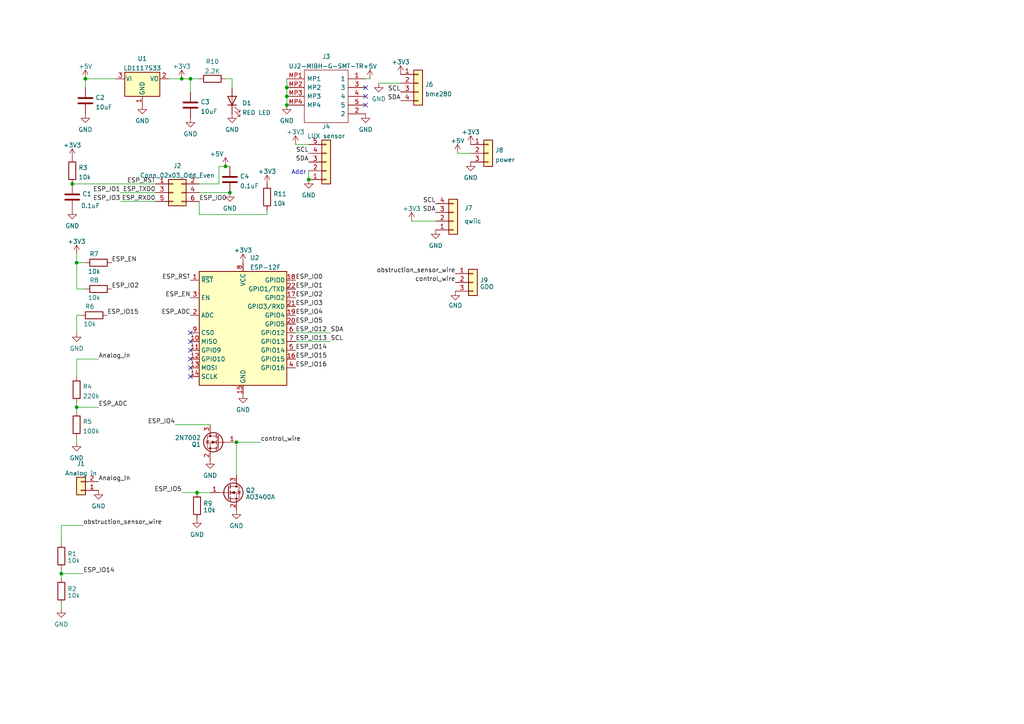
<source format=kicad_sch>
(kicad_sch (version 20230121) (generator eeschema)
  (paper "A4")
  (lib_symbols
    (symbol "Connector_Generic:Conn_01x02" (pin_names (offset 1.016) hide)
      (property "Reference" "J" (at 0 2.54 0))
      (property "Value" "Conn_01x02" (at 0 -5.08 0))
      (symbol "Conn_01x02_1_1"
        (rectangle (start -1.27 -2.413) (end 0 -2.667) (stroke (width 0.1524)))
        (rectangle (start -1.27 0.127) (end 0 -0.127) (stroke (width 0.1524)))
        (rectangle (start -1.27 1.27) (end 1.27 -3.81) (stroke (width 0.254)) (fill (type background)))
        (pin passive line (at -5.08 0 0) (length 3.81) (name "Pin_1") (number "1"))
        (pin passive line (at -5.08 -2.54 0) (length 3.81) (name "Pin_2") (number "2"))
      )
    )
    (symbol "Connector_Generic:Conn_01x03" (pin_names (offset 1.016) hide)
      (property "Reference" "J" (at 0 5.08 0))
      (property "Value" "Conn_01x03" (at 0 -5.08 0))
      (symbol "Conn_01x03_1_1"
        (rectangle (start -1.27 -2.413) (end 0 -2.667) (stroke (width 0.1524)))
        (rectangle (start -1.27 0.127) (end 0 -0.127) (stroke (width 0.1524)))
        (rectangle (start -1.27 2.667) (end 0 2.413) (stroke (width 0.1524)))
        (rectangle (start -1.27 3.81) (end 1.27 -3.81) (stroke (width 0.254)) (fill (type background)))
        (pin passive line (at -5.08 2.54 0) (length 3.81) (name "Pin_1") (number "1"))
        (pin passive line (at -5.08 0 0) (length 3.81) (name "Pin_2") (number "2"))
        (pin passive line (at -5.08 -2.54 0) (length 3.81) (name "Pin_3") (number "3"))
      )
    )
    (symbol "Connector_Generic:Conn_01x04" (pin_names (offset 1.016) hide)
      (property "Reference" "J" (at 0 5.08 0))
      (property "Value" "Conn_01x04" (at 0 -7.62 0))
      (symbol "Conn_01x04_1_1"
        (rectangle (start -1.27 -4.953) (end 0 -5.207) (stroke (width 0.1524)))
        (rectangle (start -1.27 -2.413) (end 0 -2.667) (stroke (width 0.1524)))
        (rectangle (start -1.27 0.127) (end 0 -0.127) (stroke (width 0.1524)))
        (rectangle (start -1.27 2.667) (end 0 2.413) (stroke (width 0.1524)))
        (rectangle (start -1.27 3.81) (end 1.27 -6.35) (stroke (width 0.254)) (fill (type background)))
        (pin passive line (at -5.08 2.54 0) (length 3.81) (name "Pin_1") (number "1"))
        (pin passive line (at -5.08 0 0) (length 3.81) (name "Pin_2") (number "2"))
        (pin passive line (at -5.08 -2.54 0) (length 3.81) (name "Pin_3") (number "3"))
        (pin passive line (at -5.08 -5.08 0) (length 3.81) (name "Pin_4") (number "4"))
      )
    )
    (symbol "Connector_Generic:Conn_01x05" (pin_names (offset 1.016) hide)
      (property "Reference" "J" (at 0 7.62 0))
      (property "Value" "Conn_01x05" (at 0 -7.62 0))
      (symbol "Conn_01x05_1_1"
        (rectangle (start -1.27 -4.953) (end 0 -5.207) (stroke (width 0.1524)))
        (rectangle (start -1.27 -2.413) (end 0 -2.667) (stroke (width 0.1524)))
        (rectangle (start -1.27 0.127) (end 0 -0.127) (stroke (width 0.1524)))
        (rectangle (start -1.27 2.667) (end 0 2.413) (stroke (width 0.1524)))
        (rectangle (start -1.27 5.207) (end 0 4.953) (stroke (width 0.1524)))
        (rectangle (start -1.27 6.35) (end 1.27 -6.35) (stroke (width 0.254)) (fill (type background)))
        (pin passive line (at -5.08 5.08 0) (length 3.81) (name "Pin_1") (number "1"))
        (pin passive line (at -5.08 2.54 0) (length 3.81) (name "Pin_2") (number "2"))
        (pin passive line (at -5.08 0 0) (length 3.81) (name "Pin_3") (number "3"))
        (pin passive line (at -5.08 -2.54 0) (length 3.81) (name "Pin_4") (number "4"))
        (pin passive line (at -5.08 -5.08 0) (length 3.81) (name "Pin_5") (number "5"))
      )
    )
    (symbol "Connector_Generic:Conn_02x03_Odd_Even" (pin_names (offset 1.016) hide)
      (property "Reference" "J" (at 1.27 5.08 0))
      (property "Value" "Conn_02x03_Odd_Even" (at 1.27 -5.08 0))
      (symbol "Conn_02x03_Odd_Even_1_1"
        (rectangle (start -1.27 -2.413) (end 0 -2.667) (stroke (width 0.1524)))
        (rectangle (start -1.27 0.127) (end 0 -0.127) (stroke (width 0.1524)))
        (rectangle (start -1.27 2.667) (end 0 2.413) (stroke (width 0.1524)))
        (rectangle (start -1.27 3.81) (end 3.81 -3.81) (stroke (width 0.254)) (fill (type background)))
        (rectangle (start 3.81 -2.413) (end 2.54 -2.667) (stroke (width 0.1524)))
        (rectangle (start 3.81 0.127) (end 2.54 -0.127) (stroke (width 0.1524)))
        (rectangle (start 3.81 2.667) (end 2.54 2.413) (stroke (width 0.1524)))
        (pin passive line (at -5.08 2.54 0) (length 3.81) (name "Pin_1") (number "1"))
        (pin passive line (at 7.62 2.54 180) (length 3.81) (name "Pin_2") (number "2"))
        (pin passive line (at -5.08 0 0) (length 3.81) (name "Pin_3") (number "3"))
        (pin passive line (at 7.62 0 180) (length 3.81) (name "Pin_4") (number "4"))
        (pin passive line (at -5.08 -2.54 0) (length 3.81) (name "Pin_5") (number "5"))
        (pin passive line (at 7.62 -2.54 180) (length 3.81) (name "Pin_6") (number "6"))
      )
    )
    (symbol "Device:C" (pin_numbers hide) (pin_names (offset 0.254))
      (property "Reference" "C" (at 0.635 2.54 0))
      (property "Value" "C" (at 0.635 -2.54 0))
      (symbol "C_0_1"
        (polyline (pts (xy -2.032 -0.762) (xy 2.032 -0.762)) (stroke (width 0.508)))
        (polyline (pts (xy -2.032 0.762) (xy 2.032 0.762)) (stroke (width 0.508)))
      )
      (symbol "C_1_1"
        (pin passive line (at 0 3.81 270) (length 2.794) (name "~") (number "1"))
        (pin passive line (at 0 -3.81 90) (length 2.794) (name "~") (number "2"))
      )
    )
    (symbol "Device:LED" (pin_numbers hide) (pin_names (offset 1.016) hide)
      (property "Reference" "D" (at 0 2.54 0))
      (property "Value" "LED" (at 0 -2.54 0))
      (symbol "LED_0_1"
        (polyline (pts (xy -1.27 -1.27) (xy -1.27 1.27)) (stroke (width 0.254)))
        (polyline (pts (xy -1.27 0) (xy 1.27 0)))
        (polyline (pts (xy 1.27 -1.27) (xy 1.27 1.27) (xy -1.27 0) (xy 1.27 -1.27)) (stroke (width 0.254)))
        (polyline (pts (xy -3.048 -0.762) (xy -4.572 -2.286) (xy -3.81 -2.286) (xy -4.572 -2.286) (xy -4.572 -1.524)))
        (polyline (pts (xy -1.778 -0.762) (xy -3.302 -2.286) (xy -2.54 -2.286) (xy -3.302 -2.286) (xy -3.302 -1.524)))
      )
      (symbol "LED_1_1"
        (pin passive line (at -3.81 0 0) (length 2.54) (name "K") (number "1"))
        (pin passive line (at 3.81 0 180) (length 2.54) (name "A") (number "2"))
      )
    )
    (symbol "Device:R" (pin_numbers hide) (pin_names (offset 0))
      (property "Reference" "R" (at 2.032 0 90))
      (property "Value" "R" (at 0 0 90))
      (symbol "R_0_1"
        (rectangle (start -1.016 -2.54) (end 1.016 2.54) (stroke (width 0.254)))
      )
      (symbol "R_1_1"
        (pin passive line (at 0 3.81 270) (length 1.27) (name "~") (number "1"))
        (pin passive line (at 0 -3.81 90) (length 1.27) (name "~") (number "2"))
      )
    )
    (symbol "RF_Module:ESP-12F"
      (property "Reference" "U" (at -12.7 19.05 0))
      (property "Value" "ESP-12F" (at 12.7 19.05 0))
      (symbol "ESP-12F_0_1"
        (rectangle (start -12.7 17.78) (end 12.7 -15.24) (stroke (width 0.254)) (fill (type background)))
      )
      (symbol "ESP-12F_1_1"
        (pin input line (at -15.24 15.24 0) (length 2.54) (name "~{RST}") (number "1"))
        (pin bidirectional line (at -15.24 -2.54 0) (length 2.54) (name "MISO") (number "10"))
        (pin bidirectional line (at -15.24 -5.08 0) (length 2.54) (name "GPIO9") (number "11"))
        (pin bidirectional line (at -15.24 -7.62 0) (length 2.54) (name "GPIO10") (number "12"))
        (pin bidirectional line (at -15.24 -10.16 0) (length 2.54) (name "MOSI") (number "13"))
        (pin bidirectional line (at -15.24 -12.7 0) (length 2.54) (name "SCLK") (number "14"))
        (pin power_in line (at 0 -17.78 90) (length 2.54) (name "GND") (number "15"))
        (pin bidirectional line (at 15.24 -7.62 180) (length 2.54) (name "GPIO15") (number "16"))
        (pin bidirectional line (at 15.24 10.16 180) (length 2.54) (name "GPIO2") (number "17"))
        (pin bidirectional line (at 15.24 15.24 180) (length 2.54) (name "GPIO0") (number "18"))
        (pin bidirectional line (at 15.24 5.08 180) (length 2.54) (name "GPIO4") (number "19"))
        (pin input line (at -15.24 5.08 0) (length 2.54) (name "ADC") (number "2"))
        (pin bidirectional line (at 15.24 2.54 180) (length 2.54) (name "GPIO5") (number "20"))
        (pin bidirectional line (at 15.24 7.62 180) (length 2.54) (name "GPIO3/RXD") (number "21"))
        (pin bidirectional line (at 15.24 12.7 180) (length 2.54) (name "GPIO1/TXD") (number "22"))
        (pin input line (at -15.24 10.16 0) (length 2.54) (name "EN") (number "3"))
        (pin bidirectional line (at 15.24 -10.16 180) (length 2.54) (name "GPIO16") (number "4"))
        (pin bidirectional line (at 15.24 -5.08 180) (length 2.54) (name "GPIO14") (number "5"))
        (pin bidirectional line (at 15.24 0 180) (length 2.54) (name "GPIO12") (number "6"))
        (pin bidirectional line (at 15.24 -2.54 180) (length 2.54) (name "GPIO13") (number "7"))
        (pin power_in line (at 0 20.32 270) (length 2.54) (name "VCC") (number "8"))
        (pin input line (at -15.24 0 0) (length 2.54) (name "CS0") (number "9"))
      )
    )
    (symbol "Regulator_Linear:LD1117S33TR_SOT223" (pin_names (offset 0.254))
      (property "Reference" "U" (at -3.81 3.175 0))
      (property "Value" "LD1117S33TR_SOT223" (at 0 3.175 0))
      (symbol "LD1117S33TR_SOT223_0_1"
        (rectangle (start -5.08 -5.08) (end 5.08 1.905) (stroke (width 0.254)) (fill (type background)))
      )
      (symbol "LD1117S33TR_SOT223_1_1"
        (pin power_in line (at 0 -7.62 90) (length 2.54) (name "GND") (number "1"))
        (pin power_out line (at 7.62 0 180) (length 2.54) (name "VO") (number "2"))
        (pin power_in line (at -7.62 0 0) (length 2.54) (name "VI") (number "3"))
      )
    )
    (symbol "Transistor_FET:2N7002" (pin_names hide)
      (property "Reference" "Q" (at 5.08 1.905 0))
      (property "Value" "2N7002" (at 5.08 0 0))
      (symbol "2N7002_0_1"
        (polyline (pts (xy 0.254 0) (xy -2.54 0)))
        (polyline (pts (xy 0.254 1.905) (xy 0.254 -1.905)) (stroke (width 0.254)))
        (polyline (pts (xy 0.762 -1.27) (xy 0.762 -2.286)) (stroke (width 0.254)))
        (polyline (pts (xy 0.762 0.508) (xy 0.762 -0.508)) (stroke (width 0.254)))
        (polyline (pts (xy 0.762 2.286) (xy 0.762 1.27)) (stroke (width 0.254)))
        (polyline (pts (xy 2.54 2.54) (xy 2.54 1.778)))
        (polyline (pts (xy 2.54 -2.54) (xy 2.54 0) (xy 0.762 0)))
        (polyline (pts (xy 0.762 -1.778) (xy 3.302 -1.778) (xy 3.302 1.778) (xy 0.762 1.778)))
        (polyline (pts (xy 1.016 0) (xy 2.032 0.381) (xy 2.032 -0.381) (xy 1.016 0)) (fill (type outline)))
        (polyline (pts (xy 2.794 0.508) (xy 2.921 0.381) (xy 3.683 0.381) (xy 3.81 0.254)))
        (polyline (pts (xy 3.302 0.381) (xy 2.921 -0.254) (xy 3.683 -0.254) (xy 3.302 0.381)))
        (circle (center 1.651 0) (radius 2.794) (stroke (width 0.254)))
        (circle (center 2.54 -1.778) (radius 0.254) (fill (type outline)))
        (circle (center 2.54 1.778) (radius 0.254) (fill (type outline)))
      )
      (symbol "2N7002_1_1"
        (pin input line (at -5.08 0 0) (length 2.54) (name "G") (number "1"))
        (pin passive line (at 2.54 -5.08 90) (length 2.54) (name "S") (number "2"))
        (pin passive line (at 2.54 5.08 270) (length 2.54) (name "D") (number "3"))
      )
    )
    (symbol "Transistor_FET:AO3400A" (pin_names hide)
      (property "Reference" "Q" (at 5.08 1.905 0))
      (property "Value" "AO3400A" (at 5.08 0 0))
      (symbol "AO3400A_0_1"
        (polyline (pts (xy 0.254 0) (xy -2.54 0)))
        (polyline (pts (xy 0.254 1.905) (xy 0.254 -1.905)) (stroke (width 0.254)))
        (polyline (pts (xy 0.762 -1.27) (xy 0.762 -2.286)) (stroke (width 0.254)))
        (polyline (pts (xy 0.762 0.508) (xy 0.762 -0.508)) (stroke (width 0.254)))
        (polyline (pts (xy 0.762 2.286) (xy 0.762 1.27)) (stroke (width 0.254)))
        (polyline (pts (xy 2.54 2.54) (xy 2.54 1.778)))
        (polyline (pts (xy 2.54 -2.54) (xy 2.54 0) (xy 0.762 0)))
        (polyline (pts (xy 0.762 -1.778) (xy 3.302 -1.778) (xy 3.302 1.778) (xy 0.762 1.778)))
        (polyline (pts (xy 1.016 0) (xy 2.032 0.381) (xy 2.032 -0.381) (xy 1.016 0)) (fill (type outline)))
        (polyline (pts (xy 2.794 0.508) (xy 2.921 0.381) (xy 3.683 0.381) (xy 3.81 0.254)))
        (polyline (pts (xy 3.302 0.381) (xy 2.921 -0.254) (xy 3.683 -0.254) (xy 3.302 0.381)))
        (circle (center 1.651 0) (radius 2.794) (stroke (width 0.254)))
        (circle (center 2.54 -1.778) (radius 0.254) (fill (type outline)))
        (circle (center 2.54 1.778) (radius 0.254) (fill (type outline)))
      )
      (symbol "AO3400A_1_1"
        (pin input line (at -5.08 0 0) (length 2.54) (name "G") (number "1"))
        (pin passive line (at 2.54 -5.08 90) (length 2.54) (name "S") (number "2"))
        (pin passive line (at 2.54 5.08 270) (length 2.54) (name "D") (number "3"))
      )
    )
    (symbol "mouser:UJ2-MIBH-G-SMT-TR" (pin_names (offset 0.762))
      (property "Reference" "J" (at 19.05 7.62 0))
      (property "Value" "UJ2-MIBH-G-SMT-TR" (at 19.05 5.08 0))
      (symbol "UJ2-MIBH-G-SMT-TR_0_0"
        (pin passive line (at 22.86 0 180) (length 5.08) (name "1") (number "1"))
        (pin passive line (at 22.86 -10.16 180) (length 5.08) (name "2") (number "2"))
        (pin passive line (at 22.86 -2.54 180) (length 5.08) (name "3") (number "3"))
        (pin passive line (at 22.86 -5.08 180) (length 5.08) (name "4") (number "4"))
        (pin passive line (at 22.86 -7.62 180) (length 5.08) (name "5") (number "5"))
        (pin passive line (at 0 0 0) (length 5.08) (name "MP1") (number "MP1"))
        (pin passive line (at 0 -2.54 0) (length 5.08) (name "MP2") (number "MP2"))
        (pin passive line (at 0 -5.08 0) (length 5.08) (name "MP3") (number "MP3"))
        (pin passive line (at 0 -7.62 0) (length 5.08) (name "MP4") (number "MP4"))
      )
      (symbol "UJ2-MIBH-G-SMT-TR_0_1"
        (polyline (pts (xy 5.08 2.54) (xy 17.78 2.54) (xy 17.78 -12.7) (xy 5.08 -12.7) (xy 5.08 2.54)) (stroke (width 0.1524)))
      )
    )
    (symbol "power:+3.3V" (power) (pin_names (offset 0))
      (property "Value" "+3.3V" (at 0 3.556 0))
      (symbol "+3.3V_0_1"
        (polyline (pts (xy -0.762 1.27) (xy 0 2.54)))
        (polyline (pts (xy 0 0) (xy 0 2.54)))
        (polyline (pts (xy 0 2.54) (xy 0.762 1.27)))
      )
      (symbol "+3.3V_1_1"
        (pin power_in line (at 0 0 90) (length 0) hide (name "+3V3") (number "1"))
      )
    )
    (symbol "power:+5V" (power) (pin_names (offset 0))
      (property "Value" "+5V" (at 0 3.556 0))
      (symbol "+5V_0_1"
        (polyline (pts (xy -0.762 1.27) (xy 0 2.54)))
        (polyline (pts (xy 0 0) (xy 0 2.54)))
        (polyline (pts (xy 0 2.54) (xy 0.762 1.27)))
      )
      (symbol "+5V_1_1"
        (pin power_in line (at 0 0 90) (length 0) hide (name "+5V") (number "1"))
      )
    )
    (symbol "power:GND" (power) (pin_names (offset 0))
      (property "Value" "GND" (at 0 -3.81 0))
      (symbol "GND_0_1"
        (polyline (pts (xy 0 0) (xy 0 -1.27) (xy 1.27 -1.27) (xy 0 -2.54) (xy -1.27 -1.27) (xy 0 -1.27)))
      )
      (symbol "GND_1_1"
        (pin power_in line (at 0 0 270) (length 0) hide (name "GND") (number "1"))
      )
    )
  )
  (junction (at 65.405 48.26))
  (junction (at 55.245 22.86))
  (junction (at 66.675 55.88))
  (junction (at 20.955 53.34))
  (junction (at 57.15 142.875))
  (junction (at 24.765 22.86))
  (junction (at 83.185 25.4))
  (junction (at 52.705 22.86))
  (junction (at 83.185 27.94))
  (junction (at 22.225 118.11))
  (junction (at 68.58 128.27))
  (junction (at 17.78 166.37))
  (junction (at 22.225 76.2))
  (junction (at 89.535 52.07))
  (junction (at 83.185 30.48))
  (no_connect (at 55.245 109.22))
  (no_connect (at 106.045 30.48))
  (no_connect (at 106.045 27.94))
  (no_connect (at 106.045 25.4))
  (no_connect (at 55.245 104.14))
  (no_connect (at 55.245 96.52))
  (no_connect (at 55.245 99.06))
  (no_connect (at 55.245 101.6))
  (no_connect (at 55.245 106.68))
  (wire (pts (xy 57.785 55.88) (xy 66.675 55.88)))
  (wire (pts (xy 22.225 76.2) (xy 24.765 76.2)))
  (wire (pts (xy 109.855 24.13) (xy 116.205 24.13)))
  (wire (pts (xy 83.185 27.94) (xy 83.185 30.48)))
  (wire (pts (xy 34.925 55.88) (xy 45.085 55.88)))
  (wire (pts (xy 85.725 96.52) (xy 95.885 96.52)))
  (wire (pts (xy 68.58 128.27) (xy 75.565 128.27)))
  (wire (pts (xy 83.185 22.86) (xy 83.185 25.4)))
  (wire (pts (xy 17.78 175.26) (xy 17.78 176.53)))
  (wire (pts (xy 83.185 25.4) (xy 83.185 27.94)))
  (wire (pts (xy 63.5 53.34) (xy 63.5 48.26)))
  (wire (pts (xy 22.225 73.66) (xy 22.225 76.2)))
  (wire (pts (xy 57.785 22.86) (xy 55.245 22.86)))
  (wire (pts (xy 67.31 22.86) (xy 65.405 22.86)))
  (wire (pts (xy 17.78 165.1) (xy 17.78 166.37)))
  (wire (pts (xy 77.47 62.23) (xy 77.47 60.96)))
  (wire (pts (xy 55.245 22.86) (xy 55.245 26.67)))
  (wire (pts (xy 106.045 22.86) (xy 107.315 22.86)))
  (wire (pts (xy 65.405 48.26) (xy 66.675 48.26)))
  (wire (pts (xy 33.655 22.86) (xy 24.765 22.86)))
  (wire (pts (xy 22.225 96.52) (xy 22.225 91.44)))
  (wire (pts (xy 85.725 99.06) (xy 95.885 99.06)))
  (wire (pts (xy 17.78 157.48) (xy 17.78 152.4)))
  (wire (pts (xy 68.58 128.27) (xy 68.58 137.795)))
  (wire (pts (xy 22.225 76.2) (xy 22.225 83.82)))
  (wire (pts (xy 63.5 48.26) (xy 65.405 48.26)))
  (wire (pts (xy 57.785 53.34) (xy 63.5 53.34)))
  (wire (pts (xy 57.785 62.23) (xy 77.47 62.23)))
  (wire (pts (xy 67.31 25.4) (xy 67.31 22.86)))
  (wire (pts (xy 22.225 104.14) (xy 28.575 104.14)))
  (wire (pts (xy 22.225 109.22) (xy 22.225 104.14)))
  (wire (pts (xy 17.78 166.37) (xy 17.78 167.64)))
  (wire (pts (xy 22.225 116.84) (xy 22.225 118.11)))
  (wire (pts (xy 119.38 64.135) (xy 126.365 64.135)))
  (wire (pts (xy 22.225 91.44) (xy 23.495 91.44)))
  (wire (pts (xy 52.705 22.86) (xy 55.245 22.86)))
  (wire (pts (xy 132.715 44.45) (xy 136.525 44.45)))
  (wire (pts (xy 57.15 142.875) (xy 60.96 142.875)))
  (wire (pts (xy 48.895 22.86) (xy 52.705 22.86)))
  (wire (pts (xy 22.225 127) (xy 22.225 128.27)))
  (wire (pts (xy 22.225 118.11) (xy 22.225 119.38)))
  (wire (pts (xy 24.765 22.86) (xy 24.765 25.4)))
  (wire (pts (xy 85.725 41.91) (xy 89.535 41.91)))
  (wire (pts (xy 34.925 58.42) (xy 45.085 58.42)))
  (wire (pts (xy 17.78 152.4) (xy 24.13 152.4)))
  (wire (pts (xy 20.955 53.34) (xy 45.085 53.34)))
  (wire (pts (xy 17.78 166.37) (xy 24.13 166.37)))
  (wire (pts (xy 57.785 58.42) (xy 57.785 62.23)))
  (wire (pts (xy 22.225 83.82) (xy 24.765 83.82)))
  (wire (pts (xy 50.8 123.19) (xy 60.96 123.19)))
  (wire (pts (xy 22.225 118.11) (xy 28.575 118.11)))
  (wire (pts (xy 52.705 142.875) (xy 57.15 142.875)))
  (wire (pts (xy 89.535 49.53) (xy 89.535 52.07)))
  (text "Addr" (at 84.455 50.8 0) (effects (font (size 1.27 1.27)) (justify left bottom)))
  (label "ESP_IO15" (at 31.115 91.44 0))
  (label "ESP_IO2" (at 85.725 86.36 0))
  (label "ESP_EN" (at 55.245 86.36 180))
  (label "SDA" (at 126.365 61.595 180))
  (label "ESP_IO5" (at 52.705 142.875 180))
  (label "ESP_IO3" (at 34.925 58.42 180))
  (label "SCL" (at 126.365 59.055 180))
  (label "ESP_IO5" (at 85.725 93.98 0))
  (label "ESP_IO14" (at 24.13 166.37 0))
  (label "ESP_IO14" (at 85.725 101.6 0))
  (label "ESP_TXD0" (at 45.085 55.88 180))
  (label "SDA" (at 95.885 96.52 0))
  (label "SCL" (at 95.885 99.06 0))
  (label "ESP_IO0" (at 57.785 58.42 0))
  (label "ESP_IO1" (at 85.725 83.82 0))
  (label "ESP_IO16" (at 85.725 106.68 0))
  (label "ESP_IO1" (at 34.925 55.88 180))
  (label "ESP_RXD0" (at 45.085 58.42 180))
  (label "ESP_IO4" (at 50.8 123.19 180))
  (label "ESP_IO3" (at 85.725 88.9 0))
  (label "SDA" (at 89.535 46.99 180))
  (label "ESP_IO2" (at 32.385 83.82 0))
  (label "SCL" (at 116.205 26.67 180))
  (label "control_wire" (at 132.08 81.915 180))
  (label "ESP_ADC" (at 28.575 118.11 0))
  (label "ESP_IO15" (at 85.725 104.14 0))
  (label "obstruction_sensor_wire" (at 132.08 79.375 180))
  (label "SDA" (at 116.205 29.21 180))
  (label "ESP_IO12" (at 85.725 96.52 0))
  (label "Analog_In" (at 28.575 139.7 0))
  (label "ESP_RST" (at 45.085 53.34 180))
  (label "control_wire" (at 75.565 128.27 0))
  (label "Analog_In" (at 28.575 104.14 0))
  (label "ESP_IO0" (at 85.725 81.28 0))
  (label "ESP_ADC" (at 55.245 91.44 180))
  (label "ESP_EN" (at 32.385 76.2 0))
  (label "ESP_IO4" (at 85.725 91.44 0))
  (label "ESP_RST" (at 55.245 81.28 180))
  (label "obstruction_sensor_wire" (at 24.13 152.4 0))
  (label "SCL" (at 89.535 44.45 180))
  (label "ESP_IO13" (at 85.725 99.06 0))
  (symbol (lib_id "power:GND") (at 41.275 30.48 0) (unit 1)
    (property "Reference" "#PWR010" (effects hide))
    (property "Value" "GND" (at 41.275 35.0425 0))
  )
  (symbol (lib_id "power:+3.3V") (at 22.225 73.66 0) (unit 1)
    (property "Reference" "#PWR04" (effects hide))
    (property "Value" "+3.3V" (at 22.225 70.0555 0))
  )
  (symbol (lib_id "Device:R") (at 61.595 22.86 90) (unit 1)
    (property "Reference" "R10" (at 61.595 17.8775 90))
    (property "Value" "2.2K" (at 61.595 20.6526 90))
    (property "Footprint" "Resistor_SMD:R_0603_1608Metric" (effects hide))
  )
  (symbol (lib_id "Device:R") (at 22.225 113.03 0) (unit 1)
    (property "Reference" "R4" (at 24.003 112.1215 0) (effects (justify left)))
    (property "Value" "220k" (at 24.003 114.8966 0) (effects (justify left)))
    (property "Footprint" "Resistor_SMD:R_0603_1608Metric" (effects hide))
  )
  (symbol (lib_id "power:GND") (at 67.31 33.02 0) (unit 1)
    (property "Reference" "#PWR017" (effects hide))
    (property "Value" "GND" (at 67.31 37.5825 0))
  )
  (symbol (lib_id "power:GND") (at 17.78 176.53 0) (unit 1)
    (property "Reference" "#PWR01" (effects hide))
    (property "Value" "GND" (at 17.78 181.0925 0))
  )
  (symbol (lib_id "RF_Module:ESP-12F") (at 70.485 96.52 0) (unit 1)
    (property "Reference" "U2" (at 72.5044 74.7735 0) (effects (justify left)))
    (property "Value" "ESP-12F" (at 72.5044 77.5486 0) (effects (justify left)))
    (property "Footprint" "RF_Module:ESP-12E" (effects hide))
    (property "Datasheet" "http://wiki.ai-thinker.com/_media/esp8266/esp8266_series_modules_user_manual_v1.1.pdf" (effects hide))
  )
  (symbol (lib_id "power:+3.3V") (at 52.705 22.86 0) (unit 1)
    (property "Reference" "#PWR011" (effects hide))
    (property "Value" "+3.3V" (at 52.705 19.2555 0))
  )
  (symbol (lib_id "Device:R") (at 17.78 171.45 0) (unit 1)
    (property "Reference" "R2" (at 19.558 170.8063 0) (effects (justify left)))
    (property "Value" "10k" (at 19.558 172.7273 0) (effects (justify left)))
    (property "Footprint" "Resistor_SMD:R_0603_1608Metric" (effects hide))
  )
  (symbol (lib_id "power:GND") (at 83.185 30.48 0) (unit 1)
    (property "Reference" "#PWR022" (effects hide))
    (property "Value" "GND" (at 83.185 35.0425 0))
  )
  (symbol (lib_id "power:+3.3V") (at 119.38 64.135 0) (unit 1)
    (property "Reference" "#PWR031" (effects hide))
    (property "Value" "+3.3V" (at 119.38 60.5305 0))
  )
  (symbol (lib_id "Device:R") (at 22.225 123.19 0) (unit 1)
    (property "Reference" "R5" (at 24.003 122.2815 0) (effects (justify left)))
    (property "Value" "100k" (at 24.003 125.0566 0) (effects (justify left)))
    (property "Footprint" "Resistor_SMD:R_0603_1608Metric" (effects hide))
  )
  (symbol (lib_id "Device:R") (at 77.47 57.15 0) (unit 1)
    (property "Reference" "R11" (at 79.248 56.2415 0) (effects (justify left)))
    (property "Value" "10k" (at 79.248 59.0166 0) (effects (justify left)))
    (property "Footprint" "Resistor_SMD:R_0603_1608Metric" (effects hide))
  )
  (symbol (lib_id "power:GND") (at 136.525 46.99 0) (unit 1)
    (property "Reference" "#PWR036" (effects hide))
    (property "Value" "GND" (at 136.525 51.5525 0))
  )
  (symbol (lib_id "power:GND") (at 70.485 114.3 0) (unit 1)
    (property "Reference" "#PWR020" (effects hide))
    (property "Value" "GND" (at 70.485 118.8625 0))
  )
  (symbol (lib_id "power:+3.3V") (at 20.955 45.72 0) (unit 1)
    (property "Reference" "#PWR02" (effects hide))
    (property "Value" "+3.3V" (at 20.955 42.1155 0))
  )
  (symbol (lib_id "power:GND") (at 132.08 84.455 0) (unit 1)
    (property "Reference" "#PWR037" (effects hide))
    (property "Value" "GND" (at 132.08 88.5905 0))
  )
  (symbol (lib_id "power:GND") (at 22.225 128.27 0) (unit 1)
    (property "Reference" "#PWR06" (effects hide))
    (property "Value" "GND" (at 22.225 132.8325 0))
  )
  (symbol (lib_id "mouser:UJ2-MIBH-G-SMT-TR") (at 83.185 22.86 0) (unit 1)
    (property "Reference" "J3" (at 94.615 16.4043 0))
    (property "Value" "UJ2-MIBH-G-SMT-TR" (at 94.615 19.1794 0))
    (property "Footprint" "Evan's misc parts:UJ2MIBHGSMTTR" (effects hide))
    (property "Description" "USB Connectors" (effects hide))
    (property "Height" "3.15" (effects hide))
    (property "Mouser Part Number" "490-UJ2-MIBH-G-SMTTR" (effects hide))
    (property "Mouser Price/Stock" "https://www.mouser.co.uk/ProductDetail/CUI-Devices/UJ2-MIBH-G-SMT-TR?qs=IS%252B4QmGtzzpvS1XQusp0iA%3D%3D" (effects hide))
    (property "Manufacturer_Name" "CUI Inc." (effects hide))
    (property "Manufacturer_Part_Number" "UJ2-MIBH-G-SMT-TR" (effects hide))
  )
  (symbol (lib_id "Device:C") (at 66.675 52.07 0) (unit 1)
    (property "Reference" "C4" (at 69.596 51.1615 0) (effects (justify left)))
    (property "Value" "0.1uF" (at 69.596 53.9366 0) (effects (justify left)))
    (property "Footprint" "Capacitor_SMD:C_0603_1608Metric" (effects hide))
  )
  (symbol (lib_id "power:+5V") (at 24.765 22.86 0) (unit 1)
    (property "Reference" "#PWR07" (effects hide))
    (property "Value" "+5V" (at 24.765 19.2555 0))
  )
  (symbol (lib_id "Device:R") (at 20.955 49.53 0) (unit 1)
    (property "Reference" "R3" (at 22.733 48.6215 0) (effects (justify left)))
    (property "Value" "10k" (at 22.733 51.3966 0) (effects (justify left)))
    (property "Footprint" "Resistor_SMD:R_0603_1608Metric" (effects hide))
  )
  (symbol (lib_id "power:+3.3V") (at 77.47 53.34 0) (unit 1)
    (property "Reference" "#PWR021" (effects hide))
    (property "Value" "+3.3V" (at 77.47 49.7355 0))
  )
  (symbol (lib_id "power:GND") (at 126.365 66.675 0) (unit 1)
    (property "Reference" "#PWR032" (effects hide))
    (property "Value" "GND" (at 126.365 71.2375 0))
  )
  (symbol (lib_id "Device:C") (at 20.955 57.15 0) (unit 1)
    (property "Reference" "C1" (at 23.876 56.2415 0) (effects (justify left)))
    (property "Value" "0.1uF" (at 23.495 59.69 0) (effects (justify left)))
    (property "Footprint" "Capacitor_SMD:C_0603_1608Metric" (effects hide))
  )
  (symbol (lib_id "Connector_Generic:Conn_01x05") (at 94.615 46.99 0) (mirror x) (unit 1)
    (property "Reference" "J4" (at 94.615 36.6735 0))
    (property "Value" "LUX sensor" (at 94.615 39.4486 0))
    (property "Footprint" "Evan's misc parts:LUX sensor" (effects hide))
  )
  (symbol (lib_id "power:+5V") (at 107.315 22.86 0) (unit 1)
    (property "Reference" "#PWR028" (effects hide))
    (property "Value" "+5V" (at 107.315 19.2555 0))
  )
  (symbol (lib_id "Connector_Generic:Conn_02x03_Odd_Even") (at 50.165 55.88 0) (unit 1)
    (property "Reference" "J2" (at 51.435 48.1035 0))
    (property "Value" "Conn_02x03_Odd_Even" (at 51.435 50.8786 0))
    (property "Footprint" "Connector_IDC:IDC-Header_2x03_P2.54mm_Vertical" (effects hide))
  )
  (symbol (lib_id "Device:R") (at 27.305 91.44 90) (unit 1)
    (property "Reference" "R6" (at 26.035 88.9 90))
    (property "Value" "10k" (at 26.035 93.98 90))
    (property "Footprint" "Resistor_SMD:R_0603_1608Metric" (effects hide))
  )
  (symbol (lib_id "power:GND") (at 106.045 33.02 0) (unit 1)
    (property "Reference" "#PWR027" (effects hide))
    (property "Value" "GND" (at 106.045 37.5825 0))
  )
  (symbol (lib_id "power:GND") (at 109.855 24.13 0) (unit 1)
    (property "Reference" "#PWR029" (effects hide))
    (property "Value" "GND" (at 109.855 28.6925 0))
  )
  (symbol (lib_id "Connector_Generic:Conn_01x04") (at 131.445 64.135 0) (mirror x) (unit 1)
    (property "Reference" "J7" (at 135.89 60.325 0))
    (property "Value" "qwiic" (at 137.16 64.135 0))
    (property "Footprint" "Connector_JST:JST_SH_SM04B-SRSS-TB_1x04-1MP_P1.00mm_Horizontal" (effects hide))
  )
  (symbol (lib_id "Device:R") (at 28.575 83.82 90) (unit 1)
    (property "Reference" "R8" (at 27.305 81.28 90))
    (property "Value" "10k" (at 27.305 86.36 90))
    (property "Footprint" "Resistor_SMD:R_0603_1608Metric" (effects hide))
  )
  (symbol (lib_id "power:+3.3V") (at 116.205 21.59 0) (unit 1)
    (property "Reference" "#PWR033" (effects hide))
    (property "Value" "+3.3V" (at 116.205 17.9855 0))
  )
  (symbol (lib_id "Connector_Generic:Conn_01x03") (at 137.16 81.915 0) (unit 1)
    (property "Reference" "J9" (at 139.192 81.2713 0) (effects (justify left)))
    (property "Value" "GDO" (at 139.192 83.1923 0) (effects (justify left)))
    (property "Footprint" "Connector_PinHeader_2.54mm:PinHeader_1x03_P2.54mm_Vertical" (effects hide))
  )
  (symbol (lib_id "power:+3.3V") (at 70.485 76.2 0) (unit 1)
    (property "Reference" "#PWR019" (effects hide))
    (property "Value" "+3.3V" (at 70.485 72.5955 0))
  )
  (symbol (lib_id "power:GND") (at 57.15 150.495 0) (unit 1)
    (property "Reference" "#PWR013" (effects hide))
    (property "Value" "GND" (at 57.15 155.0575 0))
  )
  (symbol (lib_id "power:GND") (at 22.225 96.52 0) (unit 1)
    (property "Reference" "#PWR05" (effects hide))
    (property "Value" "GND" (at 22.225 101.0825 0))
  )
  (symbol (lib_id "power:+3.3V") (at 136.525 41.91 0) (unit 1)
    (property "Reference" "#PWR035" (effects hide))
    (property "Value" "+3.3V" (at 136.525 38.3055 0))
  )
  (symbol (lib_id "power:GND") (at 24.765 33.02 0) (unit 1)
    (property "Reference" "#PWR08" (effects hide))
    (property "Value" "GND" (at 24.765 37.5825 0))
  )
  (symbol (lib_id "Connector_Generic:Conn_01x03") (at 141.605 44.45 0) (unit 1)
    (property "Reference" "J8" (at 143.637 43.5415 0) (effects (justify left)))
    (property "Value" "power" (at 143.637 46.3166 0) (effects (justify left)))
    (property "Footprint" "Connector_PinHeader_2.54mm:PinHeader_1x03_P2.54mm_Vertical" (effects hide))
  )
  (symbol (lib_id "power:GND") (at 28.575 142.24 0) (unit 1)
    (property "Reference" "#PWR09" (effects hide))
    (property "Value" "GND" (at 28.575 146.8025 0))
  )
  (symbol (lib_id "power:+3.3V") (at 85.725 41.91 0) (unit 1)
    (property "Reference" "#PWR023" (effects hide))
    (property "Value" "+3.3V" (at 85.725 38.3055 0))
  )
  (symbol (lib_id "Device:C") (at 24.765 29.21 0) (unit 1)
    (property "Reference" "C2" (at 27.686 28.3015 0) (effects (justify left)))
    (property "Value" "10uF" (at 27.686 31.0766 0) (effects (justify left)))
    (property "Footprint" "Capacitor_SMD:C_1206_3216Metric" (effects hide))
  )
  (symbol (lib_id "Connector_Generic:Conn_01x04") (at 121.285 24.13 0) (unit 1)
    (property "Reference" "J6" (at 123.317 24.4915 0) (effects (justify left)))
    (property "Value" "bme280" (at 123.317 27.2666 0) (effects (justify left)))
    (property "Footprint" "Evan's misc parts:BME280" (effects hide))
  )
  (symbol (lib_id "power:GND") (at 68.58 147.955 0) (unit 1)
    (property "Reference" "#PWR016" (effects hide))
    (property "Value" "GND" (at 68.58 152.5175 0))
  )
  (symbol (lib_id "Device:LED") (at 67.31 29.21 90) (unit 1)
    (property "Reference" "D1" (at 70.231 29.889 90) (effects (justify right)))
    (property "Value" "RED LED" (at 70.231 32.6641 90) (effects (justify right)))
    (property "Footprint" "LED_SMD:LED_0603_1608Metric" (effects hide))
  )
  (symbol (lib_id "power:GND") (at 60.96 133.35 0) (unit 1)
    (property "Reference" "#PWR014" (effects hide))
    (property "Value" "GND" (at 60.96 137.9125 0))
  )
  (symbol (lib_id "Device:R") (at 28.575 76.2 90) (unit 1)
    (property "Reference" "R7" (at 27.305 73.66 90))
    (property "Value" "10k" (at 27.305 78.74 90))
    (property "Footprint" "Resistor_SMD:R_0603_1608Metric" (effects hide))
  )
  (symbol (lib_id "Connector_Generic:Conn_01x02") (at 23.495 142.24 180) (unit 1)
    (property "Reference" "J1" (at 23.495 134.4635 0))
    (property "Value" "Analog in" (at 23.495 137.2386 0))
    (property "Footprint" "Connector_PinHeader_2.54mm:PinHeader_1x02_P2.54mm_Vertical" (effects hide))
  )
  (symbol (lib_id "Transistor_FET:2N7002") (at 63.5 128.27 0) (mirror y) (unit 1)
    (property "Reference" "Q1" (at 58.293 128.9137 0) (effects (justify left)))
    (property "Value" "2N7002" (at 58.293 126.9927 0) (effects (justify left)))
    (property "Footprint" "Package_TO_SOT_SMD:SOT-23" (effects hide))
    (property "Datasheet" "https://www.onsemi.com/pub/Collateral/NDS7002A-D.PDF" (effects hide))
  )
  (symbol (lib_id "power:GND") (at 20.955 60.96 0) (unit 1)
    (property "Reference" "#PWR03" (effects hide))
    (property "Value" "GND" (at 20.955 65.5225 0))
  )
  (symbol (lib_id "power:GND") (at 89.535 52.07 0) (unit 1)
    (property "Reference" "#PWR024" (effects hide))
    (property "Value" "GND" (at 89.535 56.6325 0))
  )
  (symbol (lib_id "Regulator_Linear:LD1117S33TR_SOT223") (at 41.275 22.86 0) (unit 1)
    (property "Reference" "U1" (at 41.275 16.9885 0))
    (property "Value" "LD1117S33" (at 41.275 19.7636 0))
    (property "Footprint" "Package_TO_SOT_SMD:SOT-223-3_TabPin2" (effects hide))
    (property "Datasheet" "http://www.st.com/st-web-ui/static/active/en/resource/technical/document/datasheet/CD00000544.pdf" (effects hide))
  )
  (symbol (lib_id "Device:R") (at 57.15 146.685 0) (unit 1)
    (property "Reference" "R9" (at 58.928 146.0413 0) (effects (justify left)))
    (property "Value" "10k" (at 58.928 147.9623 0) (effects (justify left)))
    (property "Footprint" "Resistor_SMD:R_0603_1608Metric" (effects hide))
  )
  (symbol (lib_id "power:+5V") (at 65.405 48.26 0) (unit 1)
    (property "Reference" "#PWR015" (effects hide))
    (property "Value" "+5V" (at 62.865 44.6555 0))
  )
  (symbol (lib_id "power:GND") (at 55.245 34.29 0) (unit 1)
    (property "Reference" "#PWR012" (effects hide))
    (property "Value" "GND" (at 55.245 38.8525 0))
  )
  (symbol (lib_id "Device:R") (at 17.78 161.29 0) (unit 1)
    (property "Reference" "R1" (at 19.558 160.6463 0) (effects (justify left)))
    (property "Value" "10k" (at 19.558 162.5673 0) (effects (justify left)))
    (property "Footprint" "Resistor_SMD:R_0603_1608Metric" (effects hide))
  )
  (symbol (lib_id "power:+5V") (at 132.715 44.45 0) (unit 1)
    (property "Reference" "#PWR034" (effects hide))
    (property "Value" "+5V" (at 132.715 40.8455 0))
  )
  (symbol (lib_id "power:GND") (at 66.675 55.88 0) (unit 1)
    (property "Reference" "#PWR018" (effects hide))
    (property "Value" "GND" (at 66.675 60.4425 0))
  )
  (symbol (lib_id "Transistor_FET:AO3400A") (at 66.04 142.875 0) (unit 1)
    (property "Reference" "Q2" (at 71.247 142.2313 0) (effects (justify left)))
    (property "Value" "AO3400A" (at 71.247 144.1523 0) (effects (justify left)))
    (property "Footprint" "Package_TO_SOT_SMD:SOT-23" (effects hide))
    (property "Datasheet" "http://www.aosmd.com/pdfs/datasheet/AO3400A.pdf" (effects hide))
  )
  (symbol (lib_id "Device:C") (at 55.245 30.48 0) (unit 1)
    (property "Reference" "C3" (at 58.166 29.5715 0) (effects (justify left)))
    (property "Value" "10uF" (at 58.166 32.3466 0) (effects (justify left)))
    (property "Footprint" "Capacitor_SMD:C_1206_3216Metric" (effects hide))
  )
)
</source>
